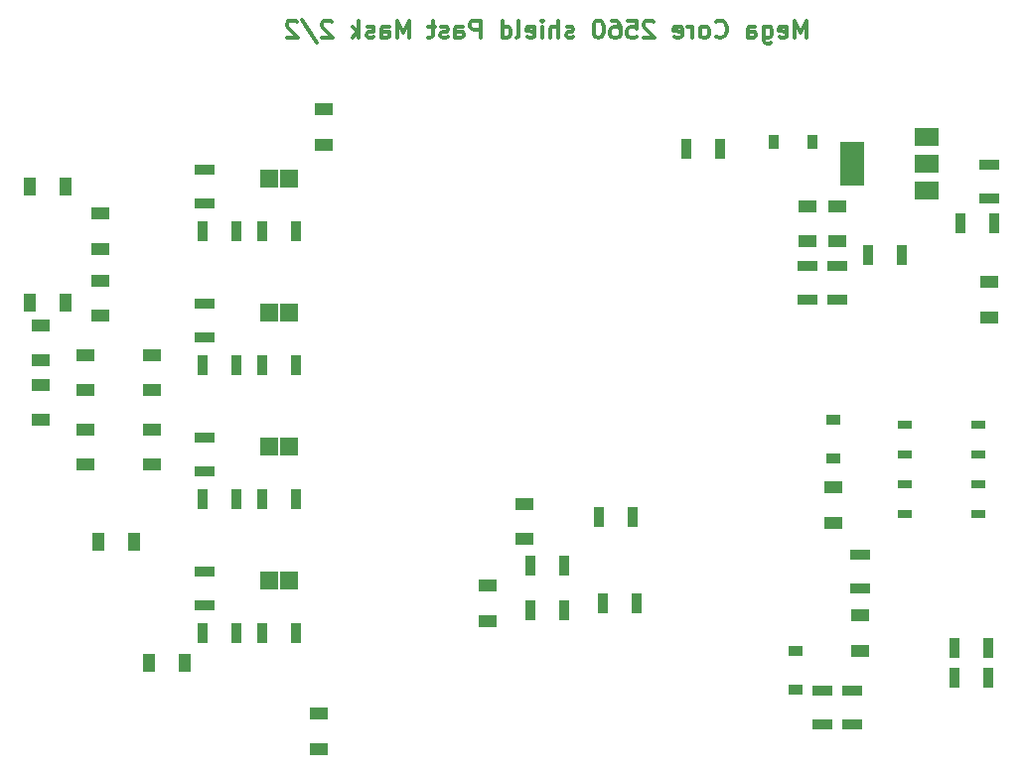
<source format=gbr>
G04 #@! TF.FileFunction,Paste,Bot*
%FSLAX46Y46*%
G04 Gerber Fmt 4.6, Leading zero omitted, Abs format (unit mm)*
G04 Created by KiCad (PCBNEW 4.0.7) date 11/20/17 08:28:58*
%MOMM*%
%LPD*%
G01*
G04 APERTURE LIST*
%ADD10C,0.100000*%
%ADD11C,0.300000*%
%ADD12R,1.200000X0.900000*%
%ADD13R,1.700000X0.900000*%
%ADD14R,0.900000X1.700000*%
%ADD15R,1.600000X1.000000*%
%ADD16R,1.200000X0.800000*%
%ADD17R,2.000000X3.800000*%
%ADD18R,2.000000X1.500000*%
%ADD19R,0.900000X1.200000*%
%ADD20R,1.000000X1.600000*%
%ADD21R,1.524000X1.524000*%
G04 APERTURE END LIST*
D10*
D11*
X208639662Y-58113051D02*
X208639662Y-56613051D01*
X208139662Y-57684480D01*
X207639662Y-56613051D01*
X207639662Y-58113051D01*
X206353948Y-58041623D02*
X206496805Y-58113051D01*
X206782519Y-58113051D01*
X206925376Y-58041623D01*
X206996805Y-57898766D01*
X206996805Y-57327337D01*
X206925376Y-57184480D01*
X206782519Y-57113051D01*
X206496805Y-57113051D01*
X206353948Y-57184480D01*
X206282519Y-57327337D01*
X206282519Y-57470194D01*
X206996805Y-57613051D01*
X204996805Y-57113051D02*
X204996805Y-58327337D01*
X205068234Y-58470194D01*
X205139662Y-58541623D01*
X205282519Y-58613051D01*
X205496805Y-58613051D01*
X205639662Y-58541623D01*
X204996805Y-58041623D02*
X205139662Y-58113051D01*
X205425376Y-58113051D01*
X205568234Y-58041623D01*
X205639662Y-57970194D01*
X205711091Y-57827337D01*
X205711091Y-57398766D01*
X205639662Y-57255909D01*
X205568234Y-57184480D01*
X205425376Y-57113051D01*
X205139662Y-57113051D01*
X204996805Y-57184480D01*
X203639662Y-58113051D02*
X203639662Y-57327337D01*
X203711091Y-57184480D01*
X203853948Y-57113051D01*
X204139662Y-57113051D01*
X204282519Y-57184480D01*
X203639662Y-58041623D02*
X203782519Y-58113051D01*
X204139662Y-58113051D01*
X204282519Y-58041623D01*
X204353948Y-57898766D01*
X204353948Y-57755909D01*
X204282519Y-57613051D01*
X204139662Y-57541623D01*
X203782519Y-57541623D01*
X203639662Y-57470194D01*
X200925376Y-57970194D02*
X200996805Y-58041623D01*
X201211091Y-58113051D01*
X201353948Y-58113051D01*
X201568233Y-58041623D01*
X201711091Y-57898766D01*
X201782519Y-57755909D01*
X201853948Y-57470194D01*
X201853948Y-57255909D01*
X201782519Y-56970194D01*
X201711091Y-56827337D01*
X201568233Y-56684480D01*
X201353948Y-56613051D01*
X201211091Y-56613051D01*
X200996805Y-56684480D01*
X200925376Y-56755909D01*
X200068233Y-58113051D02*
X200211091Y-58041623D01*
X200282519Y-57970194D01*
X200353948Y-57827337D01*
X200353948Y-57398766D01*
X200282519Y-57255909D01*
X200211091Y-57184480D01*
X200068233Y-57113051D01*
X199853948Y-57113051D01*
X199711091Y-57184480D01*
X199639662Y-57255909D01*
X199568233Y-57398766D01*
X199568233Y-57827337D01*
X199639662Y-57970194D01*
X199711091Y-58041623D01*
X199853948Y-58113051D01*
X200068233Y-58113051D01*
X198925376Y-58113051D02*
X198925376Y-57113051D01*
X198925376Y-57398766D02*
X198853948Y-57255909D01*
X198782519Y-57184480D01*
X198639662Y-57113051D01*
X198496805Y-57113051D01*
X197425377Y-58041623D02*
X197568234Y-58113051D01*
X197853948Y-58113051D01*
X197996805Y-58041623D01*
X198068234Y-57898766D01*
X198068234Y-57327337D01*
X197996805Y-57184480D01*
X197853948Y-57113051D01*
X197568234Y-57113051D01*
X197425377Y-57184480D01*
X197353948Y-57327337D01*
X197353948Y-57470194D01*
X198068234Y-57613051D01*
X195639663Y-56755909D02*
X195568234Y-56684480D01*
X195425377Y-56613051D01*
X195068234Y-56613051D01*
X194925377Y-56684480D01*
X194853948Y-56755909D01*
X194782520Y-56898766D01*
X194782520Y-57041623D01*
X194853948Y-57255909D01*
X195711091Y-58113051D01*
X194782520Y-58113051D01*
X193425377Y-56613051D02*
X194139663Y-56613051D01*
X194211092Y-57327337D01*
X194139663Y-57255909D01*
X193996806Y-57184480D01*
X193639663Y-57184480D01*
X193496806Y-57255909D01*
X193425377Y-57327337D01*
X193353949Y-57470194D01*
X193353949Y-57827337D01*
X193425377Y-57970194D01*
X193496806Y-58041623D01*
X193639663Y-58113051D01*
X193996806Y-58113051D01*
X194139663Y-58041623D01*
X194211092Y-57970194D01*
X192068235Y-56613051D02*
X192353949Y-56613051D01*
X192496806Y-56684480D01*
X192568235Y-56755909D01*
X192711092Y-56970194D01*
X192782521Y-57255909D01*
X192782521Y-57827337D01*
X192711092Y-57970194D01*
X192639664Y-58041623D01*
X192496806Y-58113051D01*
X192211092Y-58113051D01*
X192068235Y-58041623D01*
X191996806Y-57970194D01*
X191925378Y-57827337D01*
X191925378Y-57470194D01*
X191996806Y-57327337D01*
X192068235Y-57255909D01*
X192211092Y-57184480D01*
X192496806Y-57184480D01*
X192639664Y-57255909D01*
X192711092Y-57327337D01*
X192782521Y-57470194D01*
X190996807Y-56613051D02*
X190853950Y-56613051D01*
X190711093Y-56684480D01*
X190639664Y-56755909D01*
X190568235Y-56898766D01*
X190496807Y-57184480D01*
X190496807Y-57541623D01*
X190568235Y-57827337D01*
X190639664Y-57970194D01*
X190711093Y-58041623D01*
X190853950Y-58113051D01*
X190996807Y-58113051D01*
X191139664Y-58041623D01*
X191211093Y-57970194D01*
X191282521Y-57827337D01*
X191353950Y-57541623D01*
X191353950Y-57184480D01*
X191282521Y-56898766D01*
X191211093Y-56755909D01*
X191139664Y-56684480D01*
X190996807Y-56613051D01*
X188782522Y-58041623D02*
X188639665Y-58113051D01*
X188353950Y-58113051D01*
X188211093Y-58041623D01*
X188139665Y-57898766D01*
X188139665Y-57827337D01*
X188211093Y-57684480D01*
X188353950Y-57613051D01*
X188568236Y-57613051D01*
X188711093Y-57541623D01*
X188782522Y-57398766D01*
X188782522Y-57327337D01*
X188711093Y-57184480D01*
X188568236Y-57113051D01*
X188353950Y-57113051D01*
X188211093Y-57184480D01*
X187496807Y-58113051D02*
X187496807Y-56613051D01*
X186853950Y-58113051D02*
X186853950Y-57327337D01*
X186925379Y-57184480D01*
X187068236Y-57113051D01*
X187282521Y-57113051D01*
X187425379Y-57184480D01*
X187496807Y-57255909D01*
X186139664Y-58113051D02*
X186139664Y-57113051D01*
X186139664Y-56613051D02*
X186211093Y-56684480D01*
X186139664Y-56755909D01*
X186068236Y-56684480D01*
X186139664Y-56613051D01*
X186139664Y-56755909D01*
X184853950Y-58041623D02*
X184996807Y-58113051D01*
X185282521Y-58113051D01*
X185425378Y-58041623D01*
X185496807Y-57898766D01*
X185496807Y-57327337D01*
X185425378Y-57184480D01*
X185282521Y-57113051D01*
X184996807Y-57113051D01*
X184853950Y-57184480D01*
X184782521Y-57327337D01*
X184782521Y-57470194D01*
X185496807Y-57613051D01*
X183925378Y-58113051D02*
X184068236Y-58041623D01*
X184139664Y-57898766D01*
X184139664Y-56613051D01*
X182711093Y-58113051D02*
X182711093Y-56613051D01*
X182711093Y-58041623D02*
X182853950Y-58113051D01*
X183139664Y-58113051D01*
X183282522Y-58041623D01*
X183353950Y-57970194D01*
X183425379Y-57827337D01*
X183425379Y-57398766D01*
X183353950Y-57255909D01*
X183282522Y-57184480D01*
X183139664Y-57113051D01*
X182853950Y-57113051D01*
X182711093Y-57184480D01*
X180853950Y-58113051D02*
X180853950Y-56613051D01*
X180282522Y-56613051D01*
X180139664Y-56684480D01*
X180068236Y-56755909D01*
X179996807Y-56898766D01*
X179996807Y-57113051D01*
X180068236Y-57255909D01*
X180139664Y-57327337D01*
X180282522Y-57398766D01*
X180853950Y-57398766D01*
X178711093Y-58113051D02*
X178711093Y-57327337D01*
X178782522Y-57184480D01*
X178925379Y-57113051D01*
X179211093Y-57113051D01*
X179353950Y-57184480D01*
X178711093Y-58041623D02*
X178853950Y-58113051D01*
X179211093Y-58113051D01*
X179353950Y-58041623D01*
X179425379Y-57898766D01*
X179425379Y-57755909D01*
X179353950Y-57613051D01*
X179211093Y-57541623D01*
X178853950Y-57541623D01*
X178711093Y-57470194D01*
X178068236Y-58041623D02*
X177925379Y-58113051D01*
X177639664Y-58113051D01*
X177496807Y-58041623D01*
X177425379Y-57898766D01*
X177425379Y-57827337D01*
X177496807Y-57684480D01*
X177639664Y-57613051D01*
X177853950Y-57613051D01*
X177996807Y-57541623D01*
X178068236Y-57398766D01*
X178068236Y-57327337D01*
X177996807Y-57184480D01*
X177853950Y-57113051D01*
X177639664Y-57113051D01*
X177496807Y-57184480D01*
X176996807Y-57113051D02*
X176425378Y-57113051D01*
X176782521Y-56613051D02*
X176782521Y-57898766D01*
X176711093Y-58041623D01*
X176568235Y-58113051D01*
X176425378Y-58113051D01*
X174782521Y-58113051D02*
X174782521Y-56613051D01*
X174282521Y-57684480D01*
X173782521Y-56613051D01*
X173782521Y-58113051D01*
X172425378Y-58113051D02*
X172425378Y-57327337D01*
X172496807Y-57184480D01*
X172639664Y-57113051D01*
X172925378Y-57113051D01*
X173068235Y-57184480D01*
X172425378Y-58041623D02*
X172568235Y-58113051D01*
X172925378Y-58113051D01*
X173068235Y-58041623D01*
X173139664Y-57898766D01*
X173139664Y-57755909D01*
X173068235Y-57613051D01*
X172925378Y-57541623D01*
X172568235Y-57541623D01*
X172425378Y-57470194D01*
X171782521Y-58041623D02*
X171639664Y-58113051D01*
X171353949Y-58113051D01*
X171211092Y-58041623D01*
X171139664Y-57898766D01*
X171139664Y-57827337D01*
X171211092Y-57684480D01*
X171353949Y-57613051D01*
X171568235Y-57613051D01*
X171711092Y-57541623D01*
X171782521Y-57398766D01*
X171782521Y-57327337D01*
X171711092Y-57184480D01*
X171568235Y-57113051D01*
X171353949Y-57113051D01*
X171211092Y-57184480D01*
X170496806Y-58113051D02*
X170496806Y-56613051D01*
X170353949Y-57541623D02*
X169925378Y-58113051D01*
X169925378Y-57113051D02*
X170496806Y-57684480D01*
X168211092Y-56755909D02*
X168139663Y-56684480D01*
X167996806Y-56613051D01*
X167639663Y-56613051D01*
X167496806Y-56684480D01*
X167425377Y-56755909D01*
X167353949Y-56898766D01*
X167353949Y-57041623D01*
X167425377Y-57255909D01*
X168282520Y-58113051D01*
X167353949Y-58113051D01*
X165639664Y-56541623D02*
X166925378Y-58470194D01*
X165211092Y-56755909D02*
X165139663Y-56684480D01*
X164996806Y-56613051D01*
X164639663Y-56613051D01*
X164496806Y-56684480D01*
X164425377Y-56755909D01*
X164353949Y-56898766D01*
X164353949Y-57041623D01*
X164425377Y-57255909D01*
X165282520Y-58113051D01*
X164353949Y-58113051D01*
D12*
X207741520Y-113694480D03*
X207741520Y-110394480D03*
D13*
X212567520Y-113769480D03*
X212567520Y-116669480D03*
X210027520Y-113769480D03*
X210027520Y-116669480D03*
D14*
X221277520Y-112679480D03*
X224177520Y-112679480D03*
X221277520Y-110139480D03*
X224177520Y-110139480D03*
D15*
X213202520Y-110369480D03*
X213202520Y-107369480D03*
D13*
X213202520Y-105112480D03*
X213202520Y-102212480D03*
D16*
X223337520Y-96169480D03*
X223337520Y-98709480D03*
X217037520Y-98709480D03*
X217037520Y-96169480D03*
X223337520Y-91089480D03*
X223337520Y-93629480D03*
X217037520Y-93629480D03*
X217037520Y-91089480D03*
D15*
X210916520Y-99447480D03*
X210916520Y-96447480D03*
D12*
X210916520Y-90709480D03*
X210916520Y-94009480D03*
D15*
X224251520Y-78921480D03*
X224251520Y-81921480D03*
D14*
X224685520Y-73944480D03*
X221785520Y-73944480D03*
D13*
X224251520Y-68938480D03*
X224251520Y-71838480D03*
X211297520Y-80474480D03*
X211297520Y-77574480D03*
X208757520Y-80474480D03*
X208757520Y-77574480D03*
D14*
X216811520Y-76611480D03*
X213911520Y-76611480D03*
D15*
X211297520Y-72444480D03*
X211297520Y-75444480D03*
X208757520Y-72444480D03*
X208757520Y-75444480D03*
D17*
X212592520Y-68864480D03*
D18*
X218892520Y-68864480D03*
X218892520Y-71164480D03*
X218892520Y-66564480D03*
D19*
X209137520Y-66959480D03*
X205837520Y-66959480D03*
D14*
X198417520Y-67594480D03*
X201317520Y-67594480D03*
X193824520Y-98963480D03*
X190924520Y-98963480D03*
D15*
X184627520Y-97844480D03*
X184627520Y-100844480D03*
D14*
X185082520Y-103154480D03*
X187982520Y-103154480D03*
X194205520Y-106329480D03*
X191305520Y-106329480D03*
X185082520Y-106964480D03*
X187982520Y-106964480D03*
D15*
X181452520Y-104829480D03*
X181452520Y-107829480D03*
X167101520Y-115751480D03*
X167101520Y-118751480D03*
D13*
X157322520Y-106509480D03*
X157322520Y-103609480D03*
D20*
X152647520Y-111409480D03*
X155647520Y-111409480D03*
X151329520Y-101122480D03*
X148329520Y-101122480D03*
D14*
X162222520Y-97439480D03*
X165122520Y-97439480D03*
D13*
X157322520Y-95079480D03*
X157322520Y-92179480D03*
D15*
X152877520Y-94494480D03*
X152877520Y-91494480D03*
X147162520Y-94494480D03*
X147162520Y-91494480D03*
X147162520Y-85144480D03*
X147162520Y-88144480D03*
X152877520Y-85144480D03*
X152877520Y-88144480D03*
D14*
X162222520Y-86009480D03*
X165122520Y-86009480D03*
D13*
X157322520Y-83649480D03*
X157322520Y-80749480D03*
D14*
X157142520Y-74579480D03*
X160042520Y-74579480D03*
X162222520Y-74579480D03*
X165122520Y-74579480D03*
D20*
X145487520Y-80675480D03*
X142487520Y-80675480D03*
D15*
X143352520Y-85604480D03*
X143352520Y-82604480D03*
X148432520Y-78794480D03*
X148432520Y-81794480D03*
X148432520Y-76079480D03*
X148432520Y-73079480D03*
D13*
X157322520Y-72219480D03*
X157322520Y-69319480D03*
D20*
X145487520Y-70769480D03*
X142487520Y-70769480D03*
D14*
X157142520Y-86009480D03*
X160042520Y-86009480D03*
X157142520Y-97439480D03*
X160042520Y-97439480D03*
X162222520Y-108869480D03*
X165122520Y-108869480D03*
X157142520Y-108869480D03*
X160042520Y-108869480D03*
D15*
X167482520Y-67189480D03*
X167482520Y-64189480D03*
D21*
X164571680Y-70134480D03*
X162872420Y-70134480D03*
X164571680Y-81564480D03*
X162872420Y-81564480D03*
X164571680Y-92994480D03*
X162872420Y-92994480D03*
X164571680Y-104424480D03*
X162872420Y-104424480D03*
D15*
X143352520Y-90684480D03*
X143352520Y-87684480D03*
M02*

</source>
